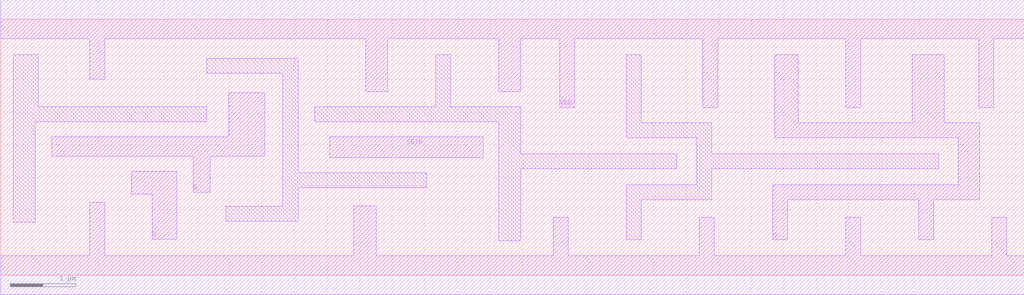
<source format=lef>
# Copyright 2022 GlobalFoundries PDK Authors
#
# Licensed under the Apache License, Version 2.0 (the "License");
# you may not use this file except in compliance with the License.
# You may obtain a copy of the License at
#
#      http://www.apache.org/licenses/LICENSE-2.0
#
# Unless required by applicable law or agreed to in writing, software
# distributed under the License is distributed on an "AS IS" BASIS,
# WITHOUT WARRANTIES OR CONDITIONS OF ANY KIND, either express or implied.
# See the License for the specific language governing permissions and
# limitations under the License.

MACRO gf180mcu_fd_sc_mcu7t5v0__latsnq_4
  CLASS core ;
  FOREIGN gf180mcu_fd_sc_mcu7t5v0__latsnq_4 0.0 0.0 ;
  ORIGIN 0 0 ;
  SYMMETRY X Y ;
  SITE GF018hv5v_mcu_sc7 ;
  SIZE 15.68 BY 3.92 ;
  PIN D
    DIRECTION INPUT ;
    ANTENNAGATEAREA 0.552 ;
    PORT
      LAYER METAL1 ;
        POLYGON 2.01 1.24 2.325 1.24 2.325 0.55 2.7 0.55 2.7 1.59 2.01 1.59  ;
    END
  END D
  PIN E
    DIRECTION INPUT ;
    USE clock ;
    ANTENNAGATEAREA 1.2935 ;
    PORT
      LAYER METAL1 ;
        POLYGON 0.78 1.82 2.95 1.82 2.95 1.27 3.21 1.27 3.21 1.82 4.045 1.82 4.045 2.795 3.49 2.795 3.49 2.12 0.78 2.12  ;
    END
  END E
  PIN SETN
    DIRECTION INPUT ;
    ANTENNAGATEAREA 1.102 ;
    PORT
      LAYER METAL1 ;
        POLYGON 5.04 1.8 6.53 1.8 7.39 1.8 7.39 2.12 6.53 2.12 5.04 2.12  ;
    END
  END SETN
  PIN Q
    DIRECTION OUTPUT ;
    ANTENNADIFFAREA 2.1216 ;
    PORT
      LAYER METAL1 ;
        POLYGON 11.86 2.11 14.37 2.11 14.67 2.11 14.67 1.39 11.825 1.39 11.825 0.545 12.055 0.545 12.055 1.16 14.065 1.16 14.065 0.545 14.295 0.545 14.295 1.16 15 1.16 15 2.34 14.46 2.34 14.46 3.38 14.37 3.38 13.965 3.38 13.965 2.34 12.22 2.34 12.22 3.38 11.86 3.38  ;
    END
  END Q
  PIN VDD
    DIRECTION INOUT ;
    USE power ;
    SHAPE ABUTMENT ;
    PORT
      LAYER METAL1 ;
        POLYGON 0 3.62 1.365 3.62 1.365 3 1.595 3 1.595 3.62 3.16 3.62 5.59 3.62 5.59 2.815 5.93 2.815 5.93 3.62 7.63 3.62 7.63 2.815 7.97 2.815 7.97 3.62 8.565 3.62 8.565 2.57 8.795 2.57 8.795 3.62 10.755 3.62 10.755 2.57 10.985 2.57 10.985 3.62 12.945 3.62 12.945 2.57 13.175 2.57 13.175 3.62 14.37 3.62 14.985 3.62 14.985 2.57 15.215 2.57 15.215 3.62 15.68 3.62 15.68 4.22 14.37 4.22 3.16 4.22 0 4.22  ;
    END
  END VDD
  PIN VSS
    DIRECTION INOUT ;
    USE ground ;
    SHAPE ABUTMENT ;
    PORT
      LAYER METAL1 ;
        POLYGON 0 -0.3 15.68 -0.3 15.68 0.3 15.415 0.3 15.415 0.885 15.185 0.885 15.185 0.3 13.175 0.3 13.175 0.885 12.945 0.885 12.945 0.3 10.935 0.3 10.935 0.885 10.705 0.885 10.705 0.3 8.695 0.3 8.695 0.885 8.465 0.885 8.465 0.3 5.75 0.3 5.75 1.065 5.41 1.065 5.41 0.3 1.595 0.3 1.595 1.115 1.365 1.115 1.365 0.3 0 0.3  ;
    END
  END VSS
  OBS
      LAYER METAL1 ;
        POLYGON 0.19 0.815 0.53 0.815 0.53 2.35 3.16 2.35 3.16 2.58 0.575 2.58 0.575 3.38 0.19 3.38  ;
        POLYGON 3.16 3.095 4.32 3.095 4.32 1.06 3.45 1.06 3.45 0.83 4.56 0.83 4.56 1.34 6.53 1.34 6.53 1.57 4.56 1.57 4.56 3.325 3.16 3.325  ;
        POLYGON 4.81 2.35 7.63 2.35 7.63 0.53 7.97 0.53 7.97 1.63 10.36 1.63 10.36 1.86 7.97 1.86 7.97 2.58 6.895 2.58 6.895 3.38 6.665 3.38 6.665 2.58 4.81 2.58  ;
        POLYGON 9.585 2.11 10.665 2.11 10.665 1.39 9.585 1.39 9.585 0.545 9.815 0.545 9.815 1.16 10.895 1.16 10.895 1.63 14.37 1.63 14.37 1.86 10.895 1.86 10.895 2.34 9.815 2.34 9.815 3.38 9.585 3.38  ;
  END
END gf180mcu_fd_sc_mcu7t5v0__latsnq_4

</source>
